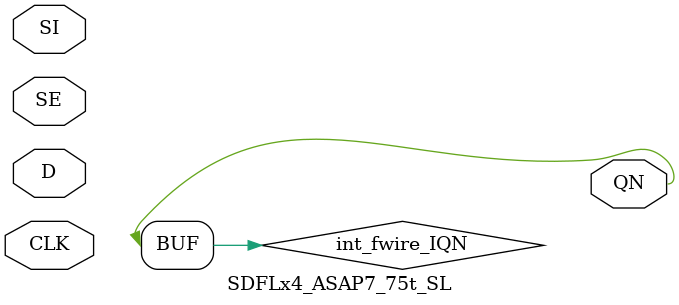
<source format=v>


// type:  
`timescale 1ns/10ps
`celldefine
module DFFASRHQNx1_ASAP7_75t_SL (QN, D, RESETN, SETN, CLK);
	output QN;
	input D, RESETN, SETN, CLK;
	reg notifier;
	wire delayed_D, delayed_SLESETN, delayed_SETN, delayed_CLK;

	// Function
	wire int_fwire_d, int_fwire_IQN, int_fwire_r;
	wire int_fwire_s, xcr_0;

	not (int_fwire_d, delayed_D);
	not (int_fwire_s, delayed_SLESETN);
	not (int_fwire_r, delayed_SETN);
	//altos_dff_sr_err (xcr_0, delayed_CLK, int_fwire_d, int_fwire_s, int_fwire_r);
	// altos_dff_sr_0 (int_fwire_IQN, notifier, delayed_CLK, int_fwire_d, int_fwire_s, int_fwire_r, xcr_0);
	buf (QN, int_fwire_IQN);

	// Timing

	// Additional timing wires
	wire adacond0, adacond1, adacond2;
	wire adacond3, adacond4, adacond5;
	wire adacond6, adacond7, adacond8;
	wire CLK__bar, D__bar;


	// Additional timing gates
	and (adacond0, RESETN, SETN);
	and (adacond1, D, SETN);
	and (adacond2, CLK, SETN);
	not (CLK__bar, CLK);
	and (adacond3, CLK__bar, SETN);
	not (D__bar, D);
	and (adacond4, D__bar, RESETN);
	and (adacond5, CLK, RESETN);
	and (adacond6, CLK__bar, RESETN);
	and (adacond7, D, RESETN, SETN);
	and (adacond8, D__bar, RESETN, SETN);
endmodule
`endcelldefine

// type:  
`timescale 1ns/10ps
`celldefine
module DFFHQNx1_ASAP7_75t_SL (QN, D, CLK);
	output QN;
	input D, CLK;
	reg notifier;
	wire delayed_D, delayed_CLK;

	// Function
	wire int_fwire_d, int_fwire_IQN, xcr_0;

	not (int_fwire_d, delayed_D);
	//altos_dff_err (xcr_0, delayed_CLK, int_fwire_d);
	//altos_dff (int_fwire_IQN, notifier, delayed_CLK, int_fwire_d, xcr_0);
	buf (QN, int_fwire_IQN);
endmodule
`endcelldefine

// type:  
`timescale 1ns/10ps
`celldefine
module DFFHQNx2_ASAP7_75t_SL (QN, D, CLK);
	output QN;
	input D, CLK;
	reg notifier;
	wire delayed_D, delayed_CLK;

	// Function
	wire int_fwire_d, int_fwire_IQN, xcr_0;

	not (int_fwire_d, delayed_D);
	//altos_dff_err (xcr_0, delayed_CLK, int_fwire_d);
	//altos_dff (int_fwire_IQN, notifier, delayed_CLK, int_fwire_d, xcr_0);
	buf (QN, int_fwire_IQN);

endmodule
`endcelldefine

// type:  
`timescale 1ns/10ps
`celldefine
module DFFHQNx3_ASAP7_75t_SL (QN, D, CLK);
	output QN;
	input D, CLK;
	reg notifier;
	wire delayed_D, delayed_CLK;

	// Function
	wire int_fwire_d, int_fwire_IQN, xcr_0;

	not (int_fwire_d, delayed_D);
	//altos_dff_err (xcr_0, delayed_CLK, int_fwire_d);
	//altos_dff (int_fwire_IQN, notifier, delayed_CLK, int_fwire_d, xcr_0);
	buf (QN, int_fwire_IQN);

	// Timing
endmodule
`endcelldefine

// type:  
`timescale 1ns/10ps
`celldefine
module DFFHQx4_ASAP7_75t_SL (Q, D, CLK);
	output Q;
	input D, CLK;
	reg notifier;
	wire delayed_D, delayed_CLK;

	// Function
	wire int_fwire_IQ, xcr_0;

	//altos_dff_err (xcr_0, delayed_CLK, delayed_D);
	//altos_dff (int_fwire_IQ, notifier, delayed_CLK, delayed_D, xcr_0);
	buf (Q, int_fwire_IQ);

	// Timing
endmodule
`endcelldefine

// type:  
`timescale 1ns/10ps
`celldefine
module DFFLQNx1_ASAP7_75t_SL (QN, D, CLK);
	output QN;
	input D, CLK;
	reg notifier;
	wire delayed_D, delayed_CLK;

	// Function
	wire int_fwire_clk, int_fwire_d, int_fwire_IQN;
	wire xcr_0;

	not (int_fwire_d, delayed_D);
	not (int_fwire_clk, delayed_CLK);
	//altos_dff_err (xcr_0, int_fwire_clk, int_fwire_d);
	//altos_dff (int_fwire_IQN, notifier, int_fwire_clk, int_fwire_d, xcr_0);
	buf (QN, int_fwire_IQN);

	// Timing
endmodule
`endcelldefine

// type:  
`timescale 1ns/10ps
`celldefine
module DFFLQNx2_ASAP7_75t_SL (QN, D, CLK);
	output QN;
	input D, CLK;
	reg notifier;
	wire delayed_D, delayed_CLK;

	// Function
	wire int_fwire_clk, int_fwire_d, int_fwire_IQN;
	wire xcr_0;

	not (int_fwire_d, delayed_D);
	not (int_fwire_clk, delayed_CLK);
	//altos_dff_err (xcr_0, int_fwire_clk, int_fwire_d);
	//altos_dff (int_fwire_IQN, notifier, int_fwire_clk, int_fwire_d, xcr_0);
	buf (QN, int_fwire_IQN);

	// Timing
endmodule
`endcelldefine

// type:  
`timescale 1ns/10ps
`celldefine
module DFFLQNx3_ASAP7_75t_SL (QN, D, CLK);
	output QN;
	input D, CLK;
	reg notifier;
	wire delayed_D, delayed_CLK;

	// Function
	wire int_fwire_clk, int_fwire_d, int_fwire_IQN;
	wire xcr_0;

	not (int_fwire_d, delayed_D);
	not (int_fwire_clk, delayed_CLK);
	//altos_dff_err (xcr_0, int_fwire_clk, int_fwire_d);
	//altos_dff (int_fwire_IQN, notifier, int_fwire_clk, int_fwire_d, xcr_0);
	buf (QN, int_fwire_IQN);

	// Timing
endmodule
`endcelldefine

// type:  
`timescale 1ns/10ps
`celldefine
module DFFLQx4_ASAP7_75t_SL (Q, D, CLK);
	output Q;
	input D, CLK;
	reg notifier;
	wire delayed_D, delayed_CLK;

	// Function
	wire int_fwire_clk, int_fwire_IQ, xcr_0;

	not (int_fwire_clk, delayed_CLK);
	//altos_dff_err (xcr_0, int_fwire_clk, delayed_D);
	//altos_dff (int_fwire_IQ, notifier, int_fwire_clk, delayed_D, xcr_0);
	buf (Q, int_fwire_IQ);

	// Timing
endmodule
`endcelldefine

// type:  
`timescale 1ns/10ps
`celldefine
module DHLx1_ASAP7_75t_SL (Q, D, CLK);
	output Q;
	input D, CLK;
	reg notifier;
	wire delayed_D, delayed_CLK;

	// Function
	wire int_fwire_IQ;

	//altos_latch (int_fwire_IQ, notifier, delayed_CLK, delayed_D);
	buf (Q, int_fwire_IQ);

	// Timing
endmodule
`endcelldefine

// type:  
`timescale 1ns/10ps
`celldefine
module DHLx2_ASAP7_75t_SL (Q, D, CLK);
	output Q;
	input D, CLK;
	reg notifier;
	wire delayed_D, delayed_CLK;

	// Function
	wire int_fwire_IQ;

	//altos_latch (int_fwire_IQ, notifier, delayed_CLK, delayed_D);
	buf (Q, int_fwire_IQ);

	// Timing
endmodule
`endcelldefine

// type:  
`timescale 1ns/10ps
`celldefine
module DHLx3_ASAP7_75t_SL (Q, D, CLK);
	output Q;
	input D, CLK;
	reg notifier;
	wire delayed_D, delayed_CLK;

	// Function
	wire int_fwire_IQ;

	//altos_latch (int_fwire_IQ, notifier, delayed_CLK, delayed_D);
	buf (Q, int_fwire_IQ);

	// Timing
endmodule
`endcelldefine

// type:  
`timescale 1ns/10ps
`celldefine
module DLLx1_ASAP7_75t_SL (Q, D, CLK);
	output Q;
	input D, CLK;
	reg notifier;
	wire delayed_D, delayed_CLK;

	// Function
	wire int_fwire_clk, int_fwire_IQ;

	not (int_fwire_clk, delayed_CLK);
	//altos_latch (int_fwire_IQ, notifier, int_fwire_clk, delayed_D);
	buf (Q, int_fwire_IQ);

	// Timing
endmodule
`endcelldefine

// type:  
`timescale 1ns/10ps
`celldefine
module DLLx2_ASAP7_75t_SL (Q, D, CLK);
	output Q;
	input D, CLK;
	reg notifier;
	wire delayed_D, delayed_CLK;

	// Function
	wire int_fwire_clk, int_fwire_IQ;

	not (int_fwire_clk, delayed_CLK);
	//altos_latch (int_fwire_IQ, notifier, int_fwire_clk, delayed_D);
	buf (Q, int_fwire_IQ);

	// Timing
endmodule
`endcelldefine

// type:  
`timescale 1ns/10ps
`celldefine
module DLLx3_ASAP7_75t_SL (Q, D, CLK);
	output Q;
	input D, CLK;
	reg notifier;
	wire delayed_D, delayed_CLK;

	// Function
	wire int_fwire_clk, int_fwire_IQ;

	not (int_fwire_clk, delayed_CLK);
	//altos_latch (int_fwire_IQ, notifier, int_fwire_clk, delayed_D);
	buf (Q, int_fwire_IQ);

	// Timing
endmodule
`endcelldefine

// type:  
`timescale 1ns/10ps
`celldefine
module ICGx1_ASAP7_75t_SL (GCLK, ENA, SE, CLK);
	output GCLK;
	input ENA, SE, CLK;
	reg notifier;
	wire delayed_ENA, delayed_SE, delayed_CLK;

	// Function
	wire int_fwire_clk, int_fwire_IQ, int_fwire_test;

	not (int_fwire_clk, delayed_CLK);
	or (int_fwire_test, delayed_ENA, delayed_SE);
	//altos_latch (int_fwire_IQ, notifier, int_fwire_clk, int_fwire_test);
	and (GCLK, delayed_CLK, int_fwire_IQ);

	// Timing

	// Additional timing wires
	wire adacond0, adacond1, ENA__bar;
	wire int_twire_0, SE__bar;


	// Additional timing gates
	not (ENA__bar, ENA);
	and (int_twire_0, ENA__bar, SE);
	or (adacond0, ENA, int_twire_0);
	not (SE__bar, SE);
	and (adacond1, ENA__bar, SE__bar);
endmodule
`endcelldefine

// type:  
`timescale 1ns/10ps
`celldefine
module ICGx2_ASAP7_75t_SL (GCLK, ENA, SE, CLK);
	output GCLK;
	input ENA, SE, CLK;
	reg notifier;
	wire delayed_ENA, delayed_SE, delayed_CLK;

	// Function
	wire int_fwire_clk, int_fwire_IQ, int_fwire_test;

	not (int_fwire_clk, delayed_CLK);
	or (int_fwire_test, delayed_ENA, delayed_SE);
	//altos_latch (int_fwire_IQ, notifier, int_fwire_clk, int_fwire_test);
	and (GCLK, delayed_CLK, int_fwire_IQ);

	// Timing

	// Additional timing wires
	wire adacond0, adacond1, ENA__bar;
	wire int_twire_0, SE__bar;


	// Additional timing gates
	not (ENA__bar, ENA);
	and (int_twire_0, ENA__bar, SE);
	or (adacond0, ENA, int_twire_0);
	not (SE__bar, SE);
	and (adacond1, ENA__bar, SE__bar);
endmodule
`endcelldefine

// type:  
`timescale 1ns/10ps
`celldefine
module ICGx2p67DC_ASAP7_75t_SL (GCLK, ENA, SE, CLK);
	output GCLK;
	input ENA, SE, CLK;
	reg notifier;
	wire delayed_ENA, delayed_SE, delayed_CLK;

	// Function
	wire int_fwire_clk, int_fwire_IQ, int_fwire_test;

	not (int_fwire_clk, delayed_CLK);
	or (int_fwire_test, delayed_ENA, delayed_SE);
	//altos_latch (int_fwire_IQ, notifier, int_fwire_clk, int_fwire_test);
	and (GCLK, delayed_CLK, int_fwire_IQ);

	// Timing

	// Additional timing wires
	wire adacond0, adacond1, ENA__bar;
	wire int_twire_0, SE__bar;


	// Additional timing gates
	not (ENA__bar, ENA);
	and (int_twire_0, ENA__bar, SE);
	or (adacond0, ENA, int_twire_0);
	not (SE__bar, SE);
	and (adacond1, ENA__bar, SE__bar);

endmodule
`endcelldefine

// type:  
`timescale 1ns/10ps
`celldefine
module ICGx3_ASAP7_75t_SL (GCLK, ENA, SE, CLK);
	output GCLK;
	input ENA, SE, CLK;
	reg notifier;
	wire delayed_ENA, delayed_SE, delayed_CLK;

	// Function
	wire int_fwire_clk, int_fwire_IQ, int_fwire_test;

	not (int_fwire_clk, delayed_CLK);
	or (int_fwire_test, delayed_ENA, delayed_SE);
	//altos_latch (int_fwire_IQ, notifier, int_fwire_clk, int_fwire_test);
	and (GCLK, delayed_CLK, int_fwire_IQ);

	// Timing

	// Additional timing wires
	wire adacond0, adacond1, ENA__bar;
	wire int_twire_0, SE__bar;


	// Additional timing gates
	not (ENA__bar, ENA);
	and (int_twire_0, ENA__bar, SE);
	or (adacond0, ENA, int_twire_0);
	not (SE__bar, SE);
	and (adacond1, ENA__bar, SE__bar);

endmodule
`endcelldefine

// type:  
`timescale 1ns/10ps
`celldefine
module ICGx4DC_ASAP7_75t_SL (GCLK, ENA, SE, CLK);
	output GCLK;
	input ENA, SE, CLK;
	reg notifier;
	wire delayed_ENA, delayed_SE, delayed_CLK;

	// Function
	wire int_fwire_clk, int_fwire_IQ, int_fwire_test;

	not (int_fwire_clk, delayed_CLK);
	or (int_fwire_test, delayed_ENA, delayed_SE);
	//altos_latch (int_fwire_IQ, notifier, int_fwire_clk, int_fwire_test);
	and (GCLK, delayed_CLK, int_fwire_IQ);

	// Timing

	// Additional timing wires
	wire adacond0, adacond1, ENA__bar;
	wire int_twire_0, SE__bar;


	// Additional timing gates
	not (ENA__bar, ENA);
	and (int_twire_0, ENA__bar, SE);
	or (adacond0, ENA, int_twire_0);
	not (SE__bar, SE);
	and (adacond1, ENA__bar, SE__bar);

endmodule
`endcelldefine

// type:  
`timescale 1ns/10ps
`celldefine
module ICGx4_ASAP7_75t_SL (GCLK, ENA, SE, CLK);
	output GCLK;
	input ENA, SE, CLK;
	reg notifier;
	wire delayed_ENA, delayed_SE, delayed_CLK;

	// Function
	wire int_fwire_clk, int_fwire_IQ, int_fwire_test;

	not (int_fwire_clk, delayed_CLK);
	or (int_fwire_test, delayed_ENA, delayed_SE);
	//altos_latch (int_fwire_IQ, notifier, int_fwire_clk, int_fwire_test);
	and (GCLK, delayed_CLK, int_fwire_IQ);

	// Timing

	// Additional timing wires
	wire adacond0, adacond1, ENA__bar;
	wire int_twire_0, SE__bar;


	// Additional timing gates
	not (ENA__bar, ENA);
	and (int_twire_0, ENA__bar, SE);
	or (adacond0, ENA, int_twire_0);
	not (SE__bar, SE);
	and (adacond1, ENA__bar, SE__bar);

endmodule
`endcelldefine

// type:  
`timescale 1ns/10ps
`celldefine
module ICGx5_ASAP7_75t_SL (GCLK, ENA, SE, CLK);
	output GCLK;
	input ENA, SE, CLK;
	reg notifier;
	wire delayed_ENA, delayed_SE, delayed_CLK;

	// Function
	wire int_fwire_clk, int_fwire_IQ, int_fwire_test;

	not (int_fwire_clk, delayed_CLK);
	or (int_fwire_test, delayed_ENA, delayed_SE);
	//altos_latch (int_fwire_IQ, notifier, int_fwire_clk, int_fwire_test);
	and (GCLK, delayed_CLK, int_fwire_IQ);

	// Timing

	// Additional timing wires
	wire adacond0, adacond1, ENA__bar;
	wire int_twire_0, SE__bar;


	// Additional timing gates
	not (ENA__bar, ENA);
	and (int_twire_0, ENA__bar, SE);
	or (adacond0, ENA, int_twire_0);
	not (SE__bar, SE);
	and (adacond1, ENA__bar, SE__bar);

endmodule
`endcelldefine

// type:  
`timescale 1ns/10ps
`celldefine
module ICGx5p33DC_ASAP7_75t_SL (GCLK, ENA, SE, CLK);
	output GCLK;
	input ENA, SE, CLK;
	reg notifier;
	wire delayed_ENA, delayed_SE, delayed_CLK;

	// Function
	wire int_fwire_clk, int_fwire_IQ, int_fwire_test;

	not (int_fwire_clk, delayed_CLK);
	or (int_fwire_test, delayed_ENA, delayed_SE);
	//altos_latch (int_fwire_IQ, notifier, int_fwire_clk, int_fwire_test);
	and (GCLK, delayed_CLK, int_fwire_IQ);

	// Timing

	// Additional timing wires
	wire adacond0, adacond1, ENA__bar;
	wire int_twire_0, SE__bar;


	// Additional timing gates
	not (ENA__bar, ENA);
	and (int_twire_0, ENA__bar, SE);
	or (adacond0, ENA, int_twire_0);
	not (SE__bar, SE);
	and (adacond1, ENA__bar, SE__bar);

endmodule
`endcelldefine

// type:  
`timescale 1ns/10ps
`celldefine
module ICGx6p67DC_ASAP7_75t_SL (GCLK, ENA, SE, CLK);
	output GCLK;
	input ENA, SE, CLK;
	reg notifier;
	wire delayed_ENA, delayed_SE, delayed_CLK;

	// Function
	wire int_fwire_clk, int_fwire_IQ, int_fwire_test;

	not (int_fwire_clk, delayed_CLK);
	or (int_fwire_test, delayed_ENA, delayed_SE);
	//altos_latch (int_fwire_IQ, notifier, int_fwire_clk, int_fwire_test);
	and (GCLK, delayed_CLK, int_fwire_IQ);

	// Timing

	// Additional timing wires
	wire adacond0, adacond1, ENA__bar;
	wire int_twire_0, SE__bar;


	// Additional timing gates
	not (ENA__bar, ENA);
	and (int_twire_0, ENA__bar, SE);
	or (adacond0, ENA, int_twire_0);
	not (SE__bar, SE);
	and (adacond1, ENA__bar, SE__bar);

endmodule
`endcelldefine

// type:  
`timescale 1ns/10ps
`celldefine
module ICGx8DC_ASAP7_75t_SL (GCLK, ENA, SE, CLK);
	output GCLK;
	input ENA, SE, CLK;
	reg notifier;
	wire delayed_ENA, delayed_SE, delayed_CLK;

	// Function
	wire int_fwire_clk, int_fwire_IQ, int_fwire_test;

	not (int_fwire_clk, delayed_CLK);
	or (int_fwire_test, delayed_ENA, delayed_SE);
	//altos_latch (int_fwire_IQ, notifier, int_fwire_clk, int_fwire_test);
	and (GCLK, delayed_CLK, int_fwire_IQ);

	// Timing

	// Additional timing wires
	wire adacond0, adacond1, ENA__bar;
	wire int_twire_0, SE__bar;


	// Additional timing gates
	not (ENA__bar, ENA);
	and (int_twire_0, ENA__bar, SE);
	or (adacond0, ENA, int_twire_0);
	not (SE__bar, SE);
	and (adacond1, ENA__bar, SE__bar);

endmodule
`endcelldefine

// type:  
`timescale 1ns/10ps
`celldefine
module SDFHx1_ASAP7_75t_SL (QN, D, SE, SI, CLK);
	output QN;
	input D, SE, SI, CLK;
	reg notifier;
	wire delayed_D, delayed_SE, delayed_SI, delayed_CLK;

	// Function
	wire delayed_D__bar, delayed_SE__bar, delayed_SI__bar;
	wire int_fwire_0, int_fwire_1, int_fwire_2;
	wire int_fwire_d, int_fwire_IQN, xcr_0;

	not (delayed_SI__bar, delayed_SI);
	and (int_fwire_0, delayed_SE, delayed_SI__bar);
	not (delayed_D__bar, delayed_D);
	and (int_fwire_1, delayed_D__bar, delayed_SI__bar);
	not (delayed_SE__bar, delayed_SE);
	and (int_fwire_2, delayed_D__bar, delayed_SE__bar);
	or (int_fwire_d, int_fwire_2, int_fwire_1, int_fwire_0);
	//altos_dff_err (xcr_0, delayed_CLK, int_fwire_d);
	//altos_dff (int_fwire_IQN, notifier, delayed_CLK, int_fwire_d, xcr_0);
	buf (QN, int_fwire_IQN);

	// Timing

	// Additional timing wires
	wire adacond0, adacond1, adacond2;
	wire adacond3, adacond4, adacond5;
	wire adacond6, adacond7, D__bar;
	wire int_twire_0, int_twire_1, int_twire_2;
	wire int_twire_3, int_twire_4, int_twire_5;
	wire SE__bar, SI__bar;


	// Additional timing gates
	not (SE__bar, SE);
	and (adacond0, SE__bar, SI);
	not (SI__bar, SI);
	and (adacond1, SE__bar, SI__bar);
	and (adacond2, D, SI__bar);
	not (D__bar, D);
	and (adacond3, D__bar, SI);
	and (adacond4, D, SE);
	and (adacond5, D__bar, SE);
	and (int_twire_0, D__bar, SE, SI);
	and (int_twire_1, D, SE__bar);
	and (int_twire_2, D, SE, SI);
	or (adacond6, int_twire_2, int_twire_1, int_twire_0);
	and (int_twire_3, D__bar, SE__bar);
	and (int_twire_4, D__bar, SE, SI__bar);
	and (int_twire_5, D, SE, SI__bar);
	or (adacond7, int_twire_5, int_twire_4, int_twire_3);

endmodule
`endcelldefine

// type:  
`timescale 1ns/10ps
`celldefine
module SDFHx2_ASAP7_75t_SL (QN, D, SE, SI, CLK);
	output QN;
	input D, SE, SI, CLK;
	reg notifier;
	wire delayed_D, delayed_SE, delayed_SI, delayed_CLK;

	// Function
	wire delayed_D__bar, delayed_SE__bar, delayed_SI__bar;
	wire int_fwire_0, int_fwire_1, int_fwire_2;
	wire int_fwire_d, int_fwire_IQN, xcr_0;

	not (delayed_SI__bar, delayed_SI);
	and (int_fwire_0, delayed_SE, delayed_SI__bar);
	not (delayed_D__bar, delayed_D);
	and (int_fwire_1, delayed_D__bar, delayed_SI__bar);
	not (delayed_SE__bar, delayed_SE);
	and (int_fwire_2, delayed_D__bar, delayed_SE__bar);
	or (int_fwire_d, int_fwire_2, int_fwire_1, int_fwire_0);
	//altos_dff_err (xcr_0, delayed_CLK, int_fwire_d);
	//altos_dff (int_fwire_IQN, notifier, delayed_CLK, int_fwire_d, xcr_0);
	buf (QN, int_fwire_IQN);

	// Timing

	// Additional timing wires
	wire adacond0, adacond1, adacond2;
	wire adacond3, adacond4, adacond5;
	wire adacond6, adacond7, D__bar;
	wire int_twire_0, int_twire_1, int_twire_2;
	wire int_twire_3, int_twire_4, int_twire_5;
	wire SE__bar, SI__bar;


	// Additional timing gates
	not (SE__bar, SE);
	and (adacond0, SE__bar, SI);
	not (SI__bar, SI);
	and (adacond1, SE__bar, SI__bar);
	and (adacond2, D, SI__bar);
	not (D__bar, D);
	and (adacond3, D__bar, SI);
	and (adacond4, D, SE);
	and (adacond5, D__bar, SE);
	and (int_twire_0, D__bar, SE, SI);
	and (int_twire_1, D, SE__bar);
	and (int_twire_2, D, SE, SI);
	or (adacond6, int_twire_2, int_twire_1, int_twire_0);
	and (int_twire_3, D__bar, SE__bar);
	and (int_twire_4, D__bar, SE, SI__bar);
	and (int_twire_5, D, SE, SI__bar);
	or (adacond7, int_twire_5, int_twire_4, int_twire_3);

endmodule
`endcelldefine

// type:  
`timescale 1ns/10ps
`celldefine
module SDFHx3_ASAP7_75t_SL (QN, D, SE, SI, CLK);
	output QN;
	input D, SE, SI, CLK;
	reg notifier;
	wire delayed_D, delayed_SE, delayed_SI, delayed_CLK;

	// Function
	wire delayed_D__bar, delayed_SE__bar, delayed_SI__bar;
	wire int_fwire_0, int_fwire_1, int_fwire_2;
	wire int_fwire_d, int_fwire_IQN, xcr_0;

	not (delayed_SI__bar, delayed_SI);
	and (int_fwire_0, delayed_SE, delayed_SI__bar);
	not (delayed_D__bar, delayed_D);
	and (int_fwire_1, delayed_D__bar, delayed_SI__bar);
	not (delayed_SE__bar, delayed_SE);
	and (int_fwire_2, delayed_D__bar, delayed_SE__bar);
	or (int_fwire_d, int_fwire_2, int_fwire_1, int_fwire_0);
	//altos_dff_err (xcr_0, delayed_CLK, int_fwire_d);
	//altos_dff (int_fwire_IQN, notifier, delayed_CLK, int_fwire_d, xcr_0);
	buf (QN, int_fwire_IQN);

	// Timing

	// Additional timing wires
	wire adacond0, adacond1, adacond2;
	wire adacond3, adacond4, adacond5;
	wire adacond6, adacond7, D__bar;
	wire int_twire_0, int_twire_1, int_twire_2;
	wire int_twire_3, int_twire_4, int_twire_5;
	wire SE__bar, SI__bar;


	// Additional timing gates
	not (SE__bar, SE);
	and (adacond0, SE__bar, SI);
	not (SI__bar, SI);
	and (adacond1, SE__bar, SI__bar);
	and (adacond2, D, SI__bar);
	not (D__bar, D);
	and (adacond3, D__bar, SI);
	and (adacond4, D, SE);
	and (adacond5, D__bar, SE);
	and (int_twire_0, D__bar, SE, SI);
	and (int_twire_1, D, SE__bar);
	and (int_twire_2, D, SE, SI);
	or (adacond6, int_twire_2, int_twire_1, int_twire_0);
	and (int_twire_3, D__bar, SE__bar);
	and (int_twire_4, D__bar, SE, SI__bar);
	and (int_twire_5, D, SE, SI__bar);
	or (adacond7, int_twire_5, int_twire_4, int_twire_3);

endmodule
`endcelldefine

// type:  
`timescale 1ns/10ps
`celldefine
module SDFHx4_ASAP7_75t_SL (QN, D, SE, SI, CLK);
	output QN;
	input D, SE, SI, CLK;
	reg notifier;
	wire delayed_D, delayed_SE, delayed_SI, delayed_CLK;

	// Function
	wire delayed_D__bar, delayed_SE__bar, delayed_SI__bar;
	wire int_fwire_0, int_fwire_1, int_fwire_2;
	wire int_fwire_d, int_fwire_IQN, xcr_0;

	not (delayed_SI__bar, delayed_SI);
	and (int_fwire_0, delayed_SE, delayed_SI__bar);
	not (delayed_D__bar, delayed_D);
	and (int_fwire_1, delayed_D__bar, delayed_SI__bar);
	not (delayed_SE__bar, delayed_SE);
	and (int_fwire_2, delayed_D__bar, delayed_SE__bar);
	or (int_fwire_d, int_fwire_2, int_fwire_1, int_fwire_0);
	//altos_dff_err (xcr_0, delayed_CLK, int_fwire_d);
	//altos_dff (int_fwire_IQN, notifier, delayed_CLK, int_fwire_d, xcr_0);
	buf (QN, int_fwire_IQN);

	// Timing

	// Additional timing wires
	wire adacond0, adacond1, adacond2;
	wire adacond3, adacond4, adacond5;
	wire adacond6, adacond7, D__bar;
	wire int_twire_0, int_twire_1, int_twire_2;
	wire int_twire_3, int_twire_4, int_twire_5;
	wire SE__bar, SI__bar;


	// Additional timing gates
	not (SE__bar, SE);
	and (adacond0, SE__bar, SI);
	not (SI__bar, SI);
	and (adacond1, SE__bar, SI__bar);
	and (adacond2, D, SI__bar);
	not (D__bar, D);
	and (adacond3, D__bar, SI);
	and (adacond4, D, SE);
	and (adacond5, D__bar, SE);
	and (int_twire_0, D__bar, SE, SI);
	and (int_twire_1, D, SE__bar);
	and (int_twire_2, D, SE, SI);
	or (adacond6, int_twire_2, int_twire_1, int_twire_0);
	and (int_twire_3, D__bar, SE__bar);
	and (int_twire_4, D__bar, SE, SI__bar);
	and (int_twire_5, D, SE, SI__bar);
	or (adacond7, int_twire_5, int_twire_4, int_twire_3);

endmodule
`endcelldefine

// type:  
`timescale 1ns/10ps
`celldefine
module SDFLx1_ASAP7_75t_SL (QN, D, SE, SI, CLK);
	output QN;
	input D, SE, SI, CLK;
	reg notifier;
	wire delayed_D, delayed_SE, delayed_SI, delayed_CLK;

	// Function
	wire delayed_D__bar, delayed_SE__bar, delayed_SI__bar;
	wire int_fwire_0, int_fwire_1, int_fwire_2;
	wire int_fwire_clk, int_fwire_d, int_fwire_IQN;
	wire xcr_0;

	not (delayed_SI__bar, delayed_SI);
	and (int_fwire_0, delayed_SE, delayed_SI__bar);
	not (delayed_D__bar, delayed_D);
	and (int_fwire_1, delayed_D__bar, delayed_SI__bar);
	not (delayed_SE__bar, delayed_SE);
	and (int_fwire_2, delayed_D__bar, delayed_SE__bar);
	or (int_fwire_d, int_fwire_2, int_fwire_1, int_fwire_0);
	not (int_fwire_clk, delayed_CLK);
	//altos_dff_err (xcr_0, int_fwire_clk, int_fwire_d);
	//altos_dff (int_fwire_IQN, notifier, int_fwire_clk, int_fwire_d, xcr_0);
	buf (QN, int_fwire_IQN);

	// Timing

	// Additional timing wires
	wire adacond0, adacond1, adacond2;
	wire adacond3, adacond4, adacond5;
	wire adacond6, adacond7, D__bar;
	wire int_twire_0, int_twire_1, int_twire_2;
	wire int_twire_3, int_twire_4, int_twire_5;
	wire SE__bar, SI__bar;


	// Additional timing gates
	not (SE__bar, SE);
	and (adacond0, SE__bar, SI);
	not (SI__bar, SI);
	and (adacond1, SE__bar, SI__bar);
	and (adacond2, D, SI__bar);
	not (D__bar, D);
	and (adacond3, D__bar, SI);
	and (adacond4, D, SE);
	and (adacond5, D__bar, SE);
	and (int_twire_0, D__bar, SE, SI);
	and (int_twire_1, D, SE__bar);
	and (int_twire_2, D, SE, SI);
	or (adacond6, int_twire_2, int_twire_1, int_twire_0);
	and (int_twire_3, D__bar, SE__bar);
	and (int_twire_4, D__bar, SE, SI__bar);
	and (int_twire_5, D, SE, SI__bar);
	or (adacond7, int_twire_5, int_twire_4, int_twire_3);

endmodule
`endcelldefine

// type:  
`timescale 1ns/10ps
`celldefine
module SDFLx2_ASAP7_75t_SL (QN, D, SE, SI, CLK);
	output QN;
	input D, SE, SI, CLK;
	reg notifier;
	wire delayed_D, delayed_SE, delayed_SI, delayed_CLK;

	// Function
	wire delayed_D__bar, delayed_SE__bar, delayed_SI__bar;
	wire int_fwire_0, int_fwire_1, int_fwire_2;
	wire int_fwire_clk, int_fwire_d, int_fwire_IQN;
	wire xcr_0;

	not (delayed_SI__bar, delayed_SI);
	and (int_fwire_0, delayed_SE, delayed_SI__bar);
	not (delayed_D__bar, delayed_D);
	and (int_fwire_1, delayed_D__bar, delayed_SI__bar);
	not (delayed_SE__bar, delayed_SE);
	and (int_fwire_2, delayed_D__bar, delayed_SE__bar);
	or (int_fwire_d, int_fwire_2, int_fwire_1, int_fwire_0);
	not (int_fwire_clk, delayed_CLK);
	//altos_dff_err (xcr_0, int_fwire_clk, int_fwire_d);
	//altos_dff (int_fwire_IQN, notifier, int_fwire_clk, int_fwire_d, xcr_0);
	buf (QN, int_fwire_IQN);

	// Timing

	// Additional timing wires
	wire adacond0, adacond1, adacond2;
	wire adacond3, adacond4, adacond5;
	wire adacond6, adacond7, D__bar;
	wire int_twire_0, int_twire_1, int_twire_2;
	wire int_twire_3, int_twire_4, int_twire_5;
	wire SE__bar, SI__bar;


	// Additional timing gates
	not (SE__bar, SE);
	and (adacond0, SE__bar, SI);
	not (SI__bar, SI);
	and (adacond1, SE__bar, SI__bar);
	and (adacond2, D, SI__bar);
	not (D__bar, D);
	and (adacond3, D__bar, SI);
	and (adacond4, D, SE);
	and (adacond5, D__bar, SE);
	and (int_twire_0, D__bar, SE, SI);
	and (int_twire_1, D, SE__bar);
	and (int_twire_2, D, SE, SI);
	or (adacond6, int_twire_2, int_twire_1, int_twire_0);
	and (int_twire_3, D__bar, SE__bar);
	and (int_twire_4, D__bar, SE, SI__bar);
	and (int_twire_5, D, SE, SI__bar);
	or (adacond7, int_twire_5, int_twire_4, int_twire_3);

endmodule
`endcelldefine

// type:  
`timescale 1ns/10ps
`celldefine
module SDFLx3_ASAP7_75t_SL (QN, D, SE, SI, CLK);
	output QN;
	input D, SE, SI, CLK;
	reg notifier;
	wire delayed_D, delayed_SE, delayed_SI, delayed_CLK;

	// Function
	wire delayed_D__bar, delayed_SE__bar, delayed_SI__bar;
	wire int_fwire_0, int_fwire_1, int_fwire_2;
	wire int_fwire_clk, int_fwire_d, int_fwire_IQN;
	wire xcr_0;

	not (delayed_SI__bar, delayed_SI);
	and (int_fwire_0, delayed_SE, delayed_SI__bar);
	not (delayed_D__bar, delayed_D);
	and (int_fwire_1, delayed_D__bar, delayed_SI__bar);
	not (delayed_SE__bar, delayed_SE);
	and (int_fwire_2, delayed_D__bar, delayed_SE__bar);
	or (int_fwire_d, int_fwire_2, int_fwire_1, int_fwire_0);
	not (int_fwire_clk, delayed_CLK);
	//altos_dff_err (xcr_0, int_fwire_clk, int_fwire_d);
	//altos_dff (int_fwire_IQN, notifier, int_fwire_clk, int_fwire_d, xcr_0);
	buf (QN, int_fwire_IQN);

	// Timing

	// Additional timing wires
	wire adacond0, adacond1, adacond2;
	wire adacond3, adacond4, adacond5;
	wire adacond6, adacond7, D__bar;
	wire int_twire_0, int_twire_1, int_twire_2;
	wire int_twire_3, int_twire_4, int_twire_5;
	wire SE__bar, SI__bar;


	// Additional timing gates
	not (SE__bar, SE);
	and (adacond0, SE__bar, SI);
	not (SI__bar, SI);
	and (adacond1, SE__bar, SI__bar);
	and (adacond2, D, SI__bar);
	not (D__bar, D);
	and (adacond3, D__bar, SI);
	and (adacond4, D, SE);
	and (adacond5, D__bar, SE);
	and (int_twire_0, D__bar, SE, SI);
	and (int_twire_1, D, SE__bar);
	and (int_twire_2, D, SE, SI);
	or (adacond6, int_twire_2, int_twire_1, int_twire_0);
	and (int_twire_3, D__bar, SE__bar);
	and (int_twire_4, D__bar, SE, SI__bar);
	and (int_twire_5, D, SE, SI__bar);
	or (adacond7, int_twire_5, int_twire_4, int_twire_3);

endmodule
`endcelldefine

// type:  
`timescale 1ns/10ps
`celldefine
module SDFLx4_ASAP7_75t_SL (QN, D, SE, SI, CLK);
	output QN;
	input D, SE, SI, CLK;
	reg notifier;
	wire delayed_D, delayed_SE, delayed_SI, delayed_CLK;

	// Function
	wire delayed_D__bar, delayed_SE__bar, delayed_SI__bar;
	wire int_fwire_0, int_fwire_1, int_fwire_2;
	wire int_fwire_clk, int_fwire_d, int_fwire_IQN;
	wire xcr_0;

	not (delayed_SI__bar, delayed_SI);
	and (int_fwire_0, delayed_SE, delayed_SI__bar);
	not (delayed_D__bar, delayed_D);
	and (int_fwire_1, delayed_D__bar, delayed_SI__bar);
	not (delayed_SE__bar, delayed_SE);
	and (int_fwire_2, delayed_D__bar, delayed_SE__bar);
	or (int_fwire_d, int_fwire_2, int_fwire_1, int_fwire_0);
	not (int_fwire_clk, delayed_CLK);
	//altos_dff_err (xcr_0, int_fwire_clk, int_fwire_d);
	//altos_dff (int_fwire_IQN, notifier, int_fwire_clk, int_fwire_d, xcr_0);
	buf (QN, int_fwire_IQN);

	// Timing

	// Additional timing wires
	wire adacond0, adacond1, adacond2;
	wire adacond3, adacond4, adacond5;
	wire adacond6, adacond7, D__bar;
	wire int_twire_0, int_twire_1, int_twire_2;
	wire int_twire_3, int_twire_4, int_twire_5;
	wire SE__bar, SI__bar;


	// Additional timing gates
	not (SE__bar, SE);
	and (adacond0, SE__bar, SI);
	not (SI__bar, SI);
	and (adacond1, SE__bar, SI__bar);
	and (adacond2, D, SI__bar);
	not (D__bar, D);
	and (adacond3, D__bar, SI);
	and (adacond4, D, SE);
	and (adacond5, D__bar, SE);
	and (int_twire_0, D__bar, SE, SI);
	and (int_twire_1, D, SE__bar);
	and (int_twire_2, D, SE, SI);
	or (adacond6, int_twire_2, int_twire_1, int_twire_0);
	and (int_twire_3, D__bar, SE__bar);
	and (int_twire_4, D__bar, SE, SI__bar);
	and (int_twire_5, D, SE, SI__bar);
	or (adacond7, int_twire_5, int_twire_4, int_twire_3);

endmodule
`endcelldefine

</source>
